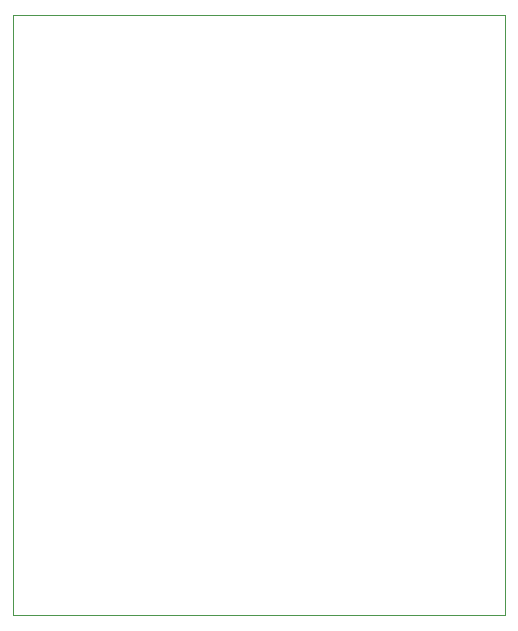
<source format=gbr>
G04 #@! TF.FileFunction,Profile,NP*
%FSLAX46Y46*%
G04 Gerber Fmt 4.6, Leading zero omitted, Abs format (unit mm)*
G04 Created by KiCad (PCBNEW 0.201503020946+5465~21~ubuntu14.04.1-product) date Mon 02 Mar 2015 21:37:45 CET*
%MOMM*%
G01*
G04 APERTURE LIST*
%ADD10C,0.100000*%
G04 APERTURE END LIST*
D10*
X137668000Y-42037000D02*
X137668000Y-92837000D01*
X96012000Y-42037000D02*
X96012000Y-92837000D01*
X96012000Y-92837000D02*
X137668000Y-92837000D01*
X96012000Y-42037000D02*
X137668000Y-42037000D01*
M02*

</source>
